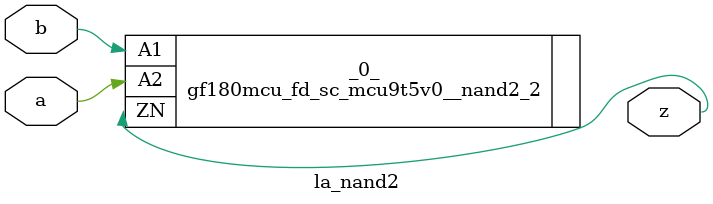
<source format=v>
/* Generated by Yosys 0.37 (git sha1 a5c7f69ed, clang 14.0.0-1ubuntu1.1 -fPIC -Os) */

module la_nand2(a, b, z);
  input a;
  wire a;
  input b;
  wire b;
  output z;
  wire z;
  gf180mcu_fd_sc_mcu9t5v0__nand2_2 _0_ (
    .A1(b),
    .A2(a),
    .ZN(z)
  );
endmodule

</source>
